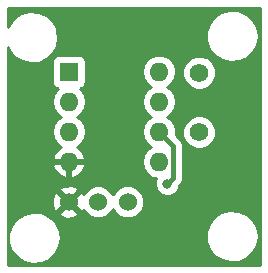
<source format=gbr>
G04 #@! TF.GenerationSoftware,KiCad,Pcbnew,5.0.1-33cea8e~68~ubuntu18.04.1*
G04 #@! TF.CreationDate,2018-11-06T10:20:57-05:00*
G04 #@! TF.ProjectId,beacon,626561636F6E2E6B696361645F706362,rev?*
G04 #@! TF.SameCoordinates,Original*
G04 #@! TF.FileFunction,Copper,L2,Bot,Signal*
G04 #@! TF.FilePolarity,Positive*
%FSLAX46Y46*%
G04 Gerber Fmt 4.6, Leading zero omitted, Abs format (unit mm)*
G04 Created by KiCad (PCBNEW 5.0.1-33cea8e~68~ubuntu18.04.1) date Tue 06 Nov 2018 10:20:57 AM EST*
%MOMM*%
%LPD*%
G01*
G04 APERTURE LIST*
G04 #@! TA.AperFunction,ComponentPad*
%ADD10C,1.524000*%
G04 #@! TD*
G04 #@! TA.AperFunction,ComponentPad*
%ADD11C,1.575000*%
G04 #@! TD*
G04 #@! TA.AperFunction,ComponentPad*
%ADD12O,1.600000X1.600000*%
G04 #@! TD*
G04 #@! TA.AperFunction,ComponentPad*
%ADD13R,1.600000X1.600000*%
G04 #@! TD*
G04 #@! TA.AperFunction,ViaPad*
%ADD14C,0.800000*%
G04 #@! TD*
G04 #@! TA.AperFunction,Conductor*
%ADD15C,0.400000*%
G04 #@! TD*
G04 #@! TA.AperFunction,Conductor*
%ADD16C,0.254000*%
G04 #@! TD*
G04 APERTURE END LIST*
D10*
G04 #@! TO.P,J1,1*
G04 #@! TO.N,+5V*
X122050000Y-91150000D03*
G04 #@! TO.P,J1,2*
G04 #@! TO.N,/Data_In*
X119550000Y-91150000D03*
G04 #@! TO.P,J1,3*
G04 #@! TO.N,GND*
X117050000Y-91150000D03*
G04 #@! TD*
D11*
G04 #@! TO.P,SW1,1*
G04 #@! TO.N,+5V*
X128100000Y-80210000D03*
G04 #@! TO.P,SW1,2*
G04 #@! TO.N,/PB2*
X128100000Y-85250000D03*
G04 #@! TD*
D12*
G04 #@! TO.P,U1,8*
G04 #@! TO.N,+5V*
X124695001Y-80125001D03*
G04 #@! TO.P,U1,4*
G04 #@! TO.N,GND*
X117075001Y-87745001D03*
G04 #@! TO.P,U1,7*
G04 #@! TO.N,/PB2*
X124695001Y-82665001D03*
G04 #@! TO.P,U1,3*
G04 #@! TO.N,Net-(U1-Pad3)*
X117075001Y-85205001D03*
G04 #@! TO.P,U1,6*
G04 #@! TO.N,Net-(R2-Pad2)*
X124695001Y-85205001D03*
G04 #@! TO.P,U1,2*
G04 #@! TO.N,Net-(U1-Pad2)*
X117075001Y-82665001D03*
G04 #@! TO.P,U1,5*
G04 #@! TO.N,+5V*
X124695001Y-87745001D03*
D13*
G04 #@! TO.P,U1,1*
G04 #@! TO.N,Net-(U1-Pad1)*
X117075001Y-80125001D03*
G04 #@! TD*
D14*
G04 #@! TO.N,GND*
X128300000Y-92800000D03*
G04 #@! TO.N,Net-(R2-Pad2)*
X125400000Y-89600000D03*
G04 #@! TD*
D15*
G04 #@! TO.N,/PB2*
X125080000Y-83050000D02*
X124695001Y-82665001D01*
G04 #@! TO.N,Net-(R2-Pad2)*
X125495000Y-86005000D02*
X124695001Y-85205001D01*
X125895002Y-86405002D02*
X125495000Y-86005000D01*
X125895002Y-89104998D02*
X125895002Y-86405002D01*
X125400000Y-89600000D02*
X125895002Y-89104998D01*
G04 #@! TD*
D16*
G04 #@! TO.N,GND*
G36*
X133290000Y-74930075D02*
X133290001Y-96490000D01*
X111910000Y-96490000D01*
X111910000Y-93851151D01*
X111947455Y-93851151D01*
X111953206Y-94583402D01*
X112195836Y-95274311D01*
X112649182Y-95849377D01*
X113264360Y-96246593D01*
X113975036Y-96423126D01*
X114704578Y-96359940D01*
X115374321Y-96063850D01*
X115912046Y-95566783D01*
X116259770Y-94922336D01*
X116380000Y-94200000D01*
X116379725Y-94164973D01*
X116295017Y-93701151D01*
X128697455Y-93701151D01*
X128703206Y-94433402D01*
X128945836Y-95124311D01*
X129399182Y-95699377D01*
X130014360Y-96096593D01*
X130725036Y-96273126D01*
X131454578Y-96209940D01*
X132124321Y-95913850D01*
X132662046Y-95416783D01*
X133009770Y-94772336D01*
X133130000Y-94050000D01*
X133129725Y-94014973D01*
X132998164Y-93294614D01*
X132640360Y-92655709D01*
X132094894Y-92167149D01*
X131420583Y-91881615D01*
X130690138Y-91829897D01*
X129982323Y-92017571D01*
X129373460Y-92424400D01*
X128929203Y-93006517D01*
X128697455Y-93701151D01*
X116295017Y-93701151D01*
X116248164Y-93444614D01*
X115890360Y-92805709D01*
X115344894Y-92317149D01*
X114903430Y-92130213D01*
X116249392Y-92130213D01*
X116318857Y-92372397D01*
X116842302Y-92559144D01*
X117397368Y-92531362D01*
X117781143Y-92372397D01*
X117850608Y-92130213D01*
X117050000Y-91329605D01*
X116249392Y-92130213D01*
X114903430Y-92130213D01*
X114670583Y-92031615D01*
X113940138Y-91979897D01*
X113232323Y-92167571D01*
X112623460Y-92574400D01*
X112179203Y-93156517D01*
X111947455Y-93851151D01*
X111910000Y-93851151D01*
X111910000Y-90942302D01*
X115640856Y-90942302D01*
X115668638Y-91497368D01*
X115827603Y-91881143D01*
X116069787Y-91950608D01*
X116870395Y-91150000D01*
X117229605Y-91150000D01*
X118030213Y-91950608D01*
X118272397Y-91881143D01*
X118304025Y-91792490D01*
X118365680Y-91941337D01*
X118758663Y-92334320D01*
X119272119Y-92547000D01*
X119827881Y-92547000D01*
X120341337Y-92334320D01*
X120734320Y-91941337D01*
X120800000Y-91782771D01*
X120865680Y-91941337D01*
X121258663Y-92334320D01*
X121772119Y-92547000D01*
X122327881Y-92547000D01*
X122841337Y-92334320D01*
X123234320Y-91941337D01*
X123447000Y-91427881D01*
X123447000Y-90872119D01*
X123234320Y-90358663D01*
X122841337Y-89965680D01*
X122327881Y-89753000D01*
X121772119Y-89753000D01*
X121258663Y-89965680D01*
X120865680Y-90358663D01*
X120800000Y-90517229D01*
X120734320Y-90358663D01*
X120341337Y-89965680D01*
X119827881Y-89753000D01*
X119272119Y-89753000D01*
X118758663Y-89965680D01*
X118365680Y-90358663D01*
X118306572Y-90501363D01*
X118272397Y-90418857D01*
X118030213Y-90349392D01*
X117229605Y-91150000D01*
X116870395Y-91150000D01*
X116069787Y-90349392D01*
X115827603Y-90418857D01*
X115640856Y-90942302D01*
X111910000Y-90942302D01*
X111910000Y-90169787D01*
X116249392Y-90169787D01*
X117050000Y-90970395D01*
X117850608Y-90169787D01*
X117781143Y-89927603D01*
X117257698Y-89740856D01*
X116702632Y-89768638D01*
X116318857Y-89927603D01*
X116249392Y-90169787D01*
X111910000Y-90169787D01*
X111910000Y-88094040D01*
X115683097Y-88094040D01*
X115843960Y-88482424D01*
X116219867Y-88897390D01*
X116725960Y-89136915D01*
X116948001Y-89015630D01*
X116948001Y-87872001D01*
X117202001Y-87872001D01*
X117202001Y-89015630D01*
X117424042Y-89136915D01*
X117930135Y-88897390D01*
X118306042Y-88482424D01*
X118466905Y-88094040D01*
X118344916Y-87872001D01*
X117202001Y-87872001D01*
X116948001Y-87872001D01*
X115805086Y-87872001D01*
X115683097Y-88094040D01*
X111910000Y-88094040D01*
X111910000Y-82665001D01*
X115611888Y-82665001D01*
X115723261Y-83224910D01*
X116040424Y-83699578D01*
X116392759Y-83935001D01*
X116040424Y-84170424D01*
X115723261Y-84645092D01*
X115611888Y-85205001D01*
X115723261Y-85764910D01*
X116040424Y-86239578D01*
X116424109Y-86495948D01*
X116219867Y-86592612D01*
X115843960Y-87007578D01*
X115683097Y-87395962D01*
X115805086Y-87618001D01*
X116948001Y-87618001D01*
X116948001Y-87598001D01*
X117202001Y-87598001D01*
X117202001Y-87618001D01*
X118344916Y-87618001D01*
X118466905Y-87395962D01*
X118306042Y-87007578D01*
X117930135Y-86592612D01*
X117725893Y-86495948D01*
X118109578Y-86239578D01*
X118426741Y-85764910D01*
X118538114Y-85205001D01*
X118426741Y-84645092D01*
X118109578Y-84170424D01*
X117757243Y-83935001D01*
X118109578Y-83699578D01*
X118426741Y-83224910D01*
X118538114Y-82665001D01*
X118426741Y-82105092D01*
X118109578Y-81630424D01*
X117988895Y-81549786D01*
X118122766Y-81523158D01*
X118332810Y-81382810D01*
X118473158Y-81172766D01*
X118522441Y-80925001D01*
X118522441Y-80125001D01*
X123231888Y-80125001D01*
X123343261Y-80684910D01*
X123660424Y-81159578D01*
X124012759Y-81395001D01*
X123660424Y-81630424D01*
X123343261Y-82105092D01*
X123231888Y-82665001D01*
X123343261Y-83224910D01*
X123660424Y-83699578D01*
X124012759Y-83935001D01*
X123660424Y-84170424D01*
X123343261Y-84645092D01*
X123231888Y-85205001D01*
X123343261Y-85764910D01*
X123660424Y-86239578D01*
X124012759Y-86475001D01*
X123660424Y-86710424D01*
X123343261Y-87185092D01*
X123231888Y-87745001D01*
X123343261Y-88304910D01*
X123660424Y-88779578D01*
X124135092Y-89096741D01*
X124461303Y-89161629D01*
X124365000Y-89394126D01*
X124365000Y-89805874D01*
X124522569Y-90186280D01*
X124813720Y-90477431D01*
X125194126Y-90635000D01*
X125605874Y-90635000D01*
X125986280Y-90477431D01*
X126277431Y-90186280D01*
X126435000Y-89805874D01*
X126435000Y-89748428D01*
X126497003Y-89706999D01*
X126681554Y-89430799D01*
X126730002Y-89187235D01*
X126730002Y-89187234D01*
X126746360Y-89104998D01*
X126730002Y-89022761D01*
X126730002Y-86487234D01*
X126746359Y-86405001D01*
X126730002Y-86322768D01*
X126730002Y-86322765D01*
X126681554Y-86079201D01*
X126497003Y-85803001D01*
X126427284Y-85756416D01*
X126143588Y-85472720D01*
X126143584Y-85472715D01*
X126111287Y-85440418D01*
X126158114Y-85205001D01*
X126110782Y-84967047D01*
X126677500Y-84967047D01*
X126677500Y-85532953D01*
X126894063Y-86055781D01*
X127294219Y-86455937D01*
X127817047Y-86672500D01*
X128382953Y-86672500D01*
X128905781Y-86455937D01*
X129305937Y-86055781D01*
X129522500Y-85532953D01*
X129522500Y-84967047D01*
X129305937Y-84444219D01*
X128905781Y-84044063D01*
X128382953Y-83827500D01*
X127817047Y-83827500D01*
X127294219Y-84044063D01*
X126894063Y-84444219D01*
X126677500Y-84967047D01*
X126110782Y-84967047D01*
X126046741Y-84645092D01*
X125729578Y-84170424D01*
X125377243Y-83935001D01*
X125729578Y-83699578D01*
X126046741Y-83224910D01*
X126158114Y-82665001D01*
X126046741Y-82105092D01*
X125729578Y-81630424D01*
X125377243Y-81395001D01*
X125729578Y-81159578D01*
X126046741Y-80684910D01*
X126158114Y-80125001D01*
X126118739Y-79927047D01*
X126677500Y-79927047D01*
X126677500Y-80492953D01*
X126894063Y-81015781D01*
X127294219Y-81415937D01*
X127817047Y-81632500D01*
X128382953Y-81632500D01*
X128905781Y-81415937D01*
X129305937Y-81015781D01*
X129522500Y-80492953D01*
X129522500Y-79927047D01*
X129305937Y-79404219D01*
X128905781Y-79004063D01*
X128382953Y-78787500D01*
X127817047Y-78787500D01*
X127294219Y-79004063D01*
X126894063Y-79404219D01*
X126677500Y-79927047D01*
X126118739Y-79927047D01*
X126046741Y-79565092D01*
X125729578Y-79090424D01*
X125254910Y-78773261D01*
X124836334Y-78690001D01*
X124553668Y-78690001D01*
X124135092Y-78773261D01*
X123660424Y-79090424D01*
X123343261Y-79565092D01*
X123231888Y-80125001D01*
X118522441Y-80125001D01*
X118522441Y-79325001D01*
X118473158Y-79077236D01*
X118332810Y-78867192D01*
X118122766Y-78726844D01*
X117875001Y-78677561D01*
X116275001Y-78677561D01*
X116027236Y-78726844D01*
X115817192Y-78867192D01*
X115676844Y-79077236D01*
X115627561Y-79325001D01*
X115627561Y-80925001D01*
X115676844Y-81172766D01*
X115817192Y-81382810D01*
X116027236Y-81523158D01*
X116161107Y-81549786D01*
X116040424Y-81630424D01*
X115723261Y-82105092D01*
X115611888Y-82665001D01*
X111910000Y-82665001D01*
X111910000Y-78029886D01*
X111995836Y-78274311D01*
X112449182Y-78849377D01*
X113064360Y-79246593D01*
X113775036Y-79423126D01*
X114504578Y-79359940D01*
X115174321Y-79063850D01*
X115712046Y-78566783D01*
X116059770Y-77922336D01*
X116180000Y-77200000D01*
X116179725Y-77164973D01*
X116104148Y-76751151D01*
X128697455Y-76751151D01*
X128703206Y-77483402D01*
X128945836Y-78174311D01*
X129399182Y-78749377D01*
X130014360Y-79146593D01*
X130725036Y-79323126D01*
X131454578Y-79259940D01*
X132124321Y-78963850D01*
X132662046Y-78466783D01*
X133009770Y-77822336D01*
X133130000Y-77100000D01*
X133129725Y-77064973D01*
X132998164Y-76344614D01*
X132640360Y-75705709D01*
X132094894Y-75217149D01*
X131420583Y-74931615D01*
X130690138Y-74879897D01*
X129982323Y-75067571D01*
X129373460Y-75474400D01*
X128929203Y-76056517D01*
X128697455Y-76751151D01*
X116104148Y-76751151D01*
X116048164Y-76444614D01*
X115690360Y-75805709D01*
X115144894Y-75317149D01*
X114470583Y-75031615D01*
X113740138Y-74979897D01*
X113032323Y-75167571D01*
X112423460Y-75574400D01*
X111979203Y-76156517D01*
X111910000Y-76363944D01*
X111910000Y-74710000D01*
X133290000Y-74710000D01*
X133290000Y-74930075D01*
X133290000Y-74930075D01*
G37*
X133290000Y-74930075D02*
X133290001Y-96490000D01*
X111910000Y-96490000D01*
X111910000Y-93851151D01*
X111947455Y-93851151D01*
X111953206Y-94583402D01*
X112195836Y-95274311D01*
X112649182Y-95849377D01*
X113264360Y-96246593D01*
X113975036Y-96423126D01*
X114704578Y-96359940D01*
X115374321Y-96063850D01*
X115912046Y-95566783D01*
X116259770Y-94922336D01*
X116380000Y-94200000D01*
X116379725Y-94164973D01*
X116295017Y-93701151D01*
X128697455Y-93701151D01*
X128703206Y-94433402D01*
X128945836Y-95124311D01*
X129399182Y-95699377D01*
X130014360Y-96096593D01*
X130725036Y-96273126D01*
X131454578Y-96209940D01*
X132124321Y-95913850D01*
X132662046Y-95416783D01*
X133009770Y-94772336D01*
X133130000Y-94050000D01*
X133129725Y-94014973D01*
X132998164Y-93294614D01*
X132640360Y-92655709D01*
X132094894Y-92167149D01*
X131420583Y-91881615D01*
X130690138Y-91829897D01*
X129982323Y-92017571D01*
X129373460Y-92424400D01*
X128929203Y-93006517D01*
X128697455Y-93701151D01*
X116295017Y-93701151D01*
X116248164Y-93444614D01*
X115890360Y-92805709D01*
X115344894Y-92317149D01*
X114903430Y-92130213D01*
X116249392Y-92130213D01*
X116318857Y-92372397D01*
X116842302Y-92559144D01*
X117397368Y-92531362D01*
X117781143Y-92372397D01*
X117850608Y-92130213D01*
X117050000Y-91329605D01*
X116249392Y-92130213D01*
X114903430Y-92130213D01*
X114670583Y-92031615D01*
X113940138Y-91979897D01*
X113232323Y-92167571D01*
X112623460Y-92574400D01*
X112179203Y-93156517D01*
X111947455Y-93851151D01*
X111910000Y-93851151D01*
X111910000Y-90942302D01*
X115640856Y-90942302D01*
X115668638Y-91497368D01*
X115827603Y-91881143D01*
X116069787Y-91950608D01*
X116870395Y-91150000D01*
X117229605Y-91150000D01*
X118030213Y-91950608D01*
X118272397Y-91881143D01*
X118304025Y-91792490D01*
X118365680Y-91941337D01*
X118758663Y-92334320D01*
X119272119Y-92547000D01*
X119827881Y-92547000D01*
X120341337Y-92334320D01*
X120734320Y-91941337D01*
X120800000Y-91782771D01*
X120865680Y-91941337D01*
X121258663Y-92334320D01*
X121772119Y-92547000D01*
X122327881Y-92547000D01*
X122841337Y-92334320D01*
X123234320Y-91941337D01*
X123447000Y-91427881D01*
X123447000Y-90872119D01*
X123234320Y-90358663D01*
X122841337Y-89965680D01*
X122327881Y-89753000D01*
X121772119Y-89753000D01*
X121258663Y-89965680D01*
X120865680Y-90358663D01*
X120800000Y-90517229D01*
X120734320Y-90358663D01*
X120341337Y-89965680D01*
X119827881Y-89753000D01*
X119272119Y-89753000D01*
X118758663Y-89965680D01*
X118365680Y-90358663D01*
X118306572Y-90501363D01*
X118272397Y-90418857D01*
X118030213Y-90349392D01*
X117229605Y-91150000D01*
X116870395Y-91150000D01*
X116069787Y-90349392D01*
X115827603Y-90418857D01*
X115640856Y-90942302D01*
X111910000Y-90942302D01*
X111910000Y-90169787D01*
X116249392Y-90169787D01*
X117050000Y-90970395D01*
X117850608Y-90169787D01*
X117781143Y-89927603D01*
X117257698Y-89740856D01*
X116702632Y-89768638D01*
X116318857Y-89927603D01*
X116249392Y-90169787D01*
X111910000Y-90169787D01*
X111910000Y-88094040D01*
X115683097Y-88094040D01*
X115843960Y-88482424D01*
X116219867Y-88897390D01*
X116725960Y-89136915D01*
X116948001Y-89015630D01*
X116948001Y-87872001D01*
X117202001Y-87872001D01*
X117202001Y-89015630D01*
X117424042Y-89136915D01*
X117930135Y-88897390D01*
X118306042Y-88482424D01*
X118466905Y-88094040D01*
X118344916Y-87872001D01*
X117202001Y-87872001D01*
X116948001Y-87872001D01*
X115805086Y-87872001D01*
X115683097Y-88094040D01*
X111910000Y-88094040D01*
X111910000Y-82665001D01*
X115611888Y-82665001D01*
X115723261Y-83224910D01*
X116040424Y-83699578D01*
X116392759Y-83935001D01*
X116040424Y-84170424D01*
X115723261Y-84645092D01*
X115611888Y-85205001D01*
X115723261Y-85764910D01*
X116040424Y-86239578D01*
X116424109Y-86495948D01*
X116219867Y-86592612D01*
X115843960Y-87007578D01*
X115683097Y-87395962D01*
X115805086Y-87618001D01*
X116948001Y-87618001D01*
X116948001Y-87598001D01*
X117202001Y-87598001D01*
X117202001Y-87618001D01*
X118344916Y-87618001D01*
X118466905Y-87395962D01*
X118306042Y-87007578D01*
X117930135Y-86592612D01*
X117725893Y-86495948D01*
X118109578Y-86239578D01*
X118426741Y-85764910D01*
X118538114Y-85205001D01*
X118426741Y-84645092D01*
X118109578Y-84170424D01*
X117757243Y-83935001D01*
X118109578Y-83699578D01*
X118426741Y-83224910D01*
X118538114Y-82665001D01*
X118426741Y-82105092D01*
X118109578Y-81630424D01*
X117988895Y-81549786D01*
X118122766Y-81523158D01*
X118332810Y-81382810D01*
X118473158Y-81172766D01*
X118522441Y-80925001D01*
X118522441Y-80125001D01*
X123231888Y-80125001D01*
X123343261Y-80684910D01*
X123660424Y-81159578D01*
X124012759Y-81395001D01*
X123660424Y-81630424D01*
X123343261Y-82105092D01*
X123231888Y-82665001D01*
X123343261Y-83224910D01*
X123660424Y-83699578D01*
X124012759Y-83935001D01*
X123660424Y-84170424D01*
X123343261Y-84645092D01*
X123231888Y-85205001D01*
X123343261Y-85764910D01*
X123660424Y-86239578D01*
X124012759Y-86475001D01*
X123660424Y-86710424D01*
X123343261Y-87185092D01*
X123231888Y-87745001D01*
X123343261Y-88304910D01*
X123660424Y-88779578D01*
X124135092Y-89096741D01*
X124461303Y-89161629D01*
X124365000Y-89394126D01*
X124365000Y-89805874D01*
X124522569Y-90186280D01*
X124813720Y-90477431D01*
X125194126Y-90635000D01*
X125605874Y-90635000D01*
X125986280Y-90477431D01*
X126277431Y-90186280D01*
X126435000Y-89805874D01*
X126435000Y-89748428D01*
X126497003Y-89706999D01*
X126681554Y-89430799D01*
X126730002Y-89187235D01*
X126730002Y-89187234D01*
X126746360Y-89104998D01*
X126730002Y-89022761D01*
X126730002Y-86487234D01*
X126746359Y-86405001D01*
X126730002Y-86322768D01*
X126730002Y-86322765D01*
X126681554Y-86079201D01*
X126497003Y-85803001D01*
X126427284Y-85756416D01*
X126143588Y-85472720D01*
X126143584Y-85472715D01*
X126111287Y-85440418D01*
X126158114Y-85205001D01*
X126110782Y-84967047D01*
X126677500Y-84967047D01*
X126677500Y-85532953D01*
X126894063Y-86055781D01*
X127294219Y-86455937D01*
X127817047Y-86672500D01*
X128382953Y-86672500D01*
X128905781Y-86455937D01*
X129305937Y-86055781D01*
X129522500Y-85532953D01*
X129522500Y-84967047D01*
X129305937Y-84444219D01*
X128905781Y-84044063D01*
X128382953Y-83827500D01*
X127817047Y-83827500D01*
X127294219Y-84044063D01*
X126894063Y-84444219D01*
X126677500Y-84967047D01*
X126110782Y-84967047D01*
X126046741Y-84645092D01*
X125729578Y-84170424D01*
X125377243Y-83935001D01*
X125729578Y-83699578D01*
X126046741Y-83224910D01*
X126158114Y-82665001D01*
X126046741Y-82105092D01*
X125729578Y-81630424D01*
X125377243Y-81395001D01*
X125729578Y-81159578D01*
X126046741Y-80684910D01*
X126158114Y-80125001D01*
X126118739Y-79927047D01*
X126677500Y-79927047D01*
X126677500Y-80492953D01*
X126894063Y-81015781D01*
X127294219Y-81415937D01*
X127817047Y-81632500D01*
X128382953Y-81632500D01*
X128905781Y-81415937D01*
X129305937Y-81015781D01*
X129522500Y-80492953D01*
X129522500Y-79927047D01*
X129305937Y-79404219D01*
X128905781Y-79004063D01*
X128382953Y-78787500D01*
X127817047Y-78787500D01*
X127294219Y-79004063D01*
X126894063Y-79404219D01*
X126677500Y-79927047D01*
X126118739Y-79927047D01*
X126046741Y-79565092D01*
X125729578Y-79090424D01*
X125254910Y-78773261D01*
X124836334Y-78690001D01*
X124553668Y-78690001D01*
X124135092Y-78773261D01*
X123660424Y-79090424D01*
X123343261Y-79565092D01*
X123231888Y-80125001D01*
X118522441Y-80125001D01*
X118522441Y-79325001D01*
X118473158Y-79077236D01*
X118332810Y-78867192D01*
X118122766Y-78726844D01*
X117875001Y-78677561D01*
X116275001Y-78677561D01*
X116027236Y-78726844D01*
X115817192Y-78867192D01*
X115676844Y-79077236D01*
X115627561Y-79325001D01*
X115627561Y-80925001D01*
X115676844Y-81172766D01*
X115817192Y-81382810D01*
X116027236Y-81523158D01*
X116161107Y-81549786D01*
X116040424Y-81630424D01*
X115723261Y-82105092D01*
X115611888Y-82665001D01*
X111910000Y-82665001D01*
X111910000Y-78029886D01*
X111995836Y-78274311D01*
X112449182Y-78849377D01*
X113064360Y-79246593D01*
X113775036Y-79423126D01*
X114504578Y-79359940D01*
X115174321Y-79063850D01*
X115712046Y-78566783D01*
X116059770Y-77922336D01*
X116180000Y-77200000D01*
X116179725Y-77164973D01*
X116104148Y-76751151D01*
X128697455Y-76751151D01*
X128703206Y-77483402D01*
X128945836Y-78174311D01*
X129399182Y-78749377D01*
X130014360Y-79146593D01*
X130725036Y-79323126D01*
X131454578Y-79259940D01*
X132124321Y-78963850D01*
X132662046Y-78466783D01*
X133009770Y-77822336D01*
X133130000Y-77100000D01*
X133129725Y-77064973D01*
X132998164Y-76344614D01*
X132640360Y-75705709D01*
X132094894Y-75217149D01*
X131420583Y-74931615D01*
X130690138Y-74879897D01*
X129982323Y-75067571D01*
X129373460Y-75474400D01*
X128929203Y-76056517D01*
X128697455Y-76751151D01*
X116104148Y-76751151D01*
X116048164Y-76444614D01*
X115690360Y-75805709D01*
X115144894Y-75317149D01*
X114470583Y-75031615D01*
X113740138Y-74979897D01*
X113032323Y-75167571D01*
X112423460Y-75574400D01*
X111979203Y-76156517D01*
X111910000Y-76363944D01*
X111910000Y-74710000D01*
X133290000Y-74710000D01*
X133290000Y-74930075D01*
G04 #@! TD*
M02*

</source>
